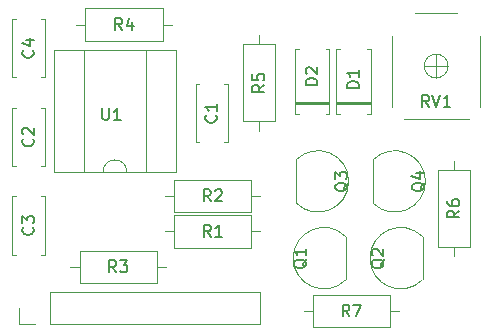
<source format=gto>
%TF.GenerationSoftware,KiCad,Pcbnew,(5.1.8-0-10_14)*%
%TF.CreationDate,2021-06-26T19:26:30+01:00*%
%TF.ProjectId,serge-gain-cell,73657267-652d-4676-9169-6e2d63656c6c,rev?*%
%TF.SameCoordinates,Original*%
%TF.FileFunction,Legend,Top*%
%TF.FilePolarity,Positive*%
%FSLAX46Y46*%
G04 Gerber Fmt 4.6, Leading zero omitted, Abs format (unit mm)*
G04 Created by KiCad (PCBNEW (5.1.8-0-10_14)) date 2021-06-26 19:26:30*
%MOMM*%
%LPD*%
G01*
G04 APERTURE LIST*
%ADD10C,0.120000*%
%ADD11C,0.150000*%
G04 APERTURE END LIST*
D10*
%TO.C,R7*%
X149290000Y-79750000D02*
X150060000Y-79750000D01*
X157370000Y-79750000D02*
X156600000Y-79750000D01*
X150060000Y-81120000D02*
X156600000Y-81120000D01*
X150060000Y-78380000D02*
X150060000Y-81120000D01*
X156600000Y-78380000D02*
X150060000Y-78380000D01*
X156600000Y-81120000D02*
X156600000Y-78380000D01*
%TO.C,C1*%
X140130000Y-65470000D02*
X140130000Y-60530000D01*
X142870000Y-65470000D02*
X142870000Y-60530000D01*
X140130000Y-65470000D02*
X140445000Y-65470000D01*
X142555000Y-65470000D02*
X142870000Y-65470000D01*
X140130000Y-60530000D02*
X140445000Y-60530000D01*
X142555000Y-60530000D02*
X142870000Y-60530000D01*
%TO.C,C2*%
X127055000Y-62530000D02*
X127370000Y-62530000D01*
X124630000Y-62530000D02*
X124945000Y-62530000D01*
X127055000Y-67470000D02*
X127370000Y-67470000D01*
X124630000Y-67470000D02*
X124945000Y-67470000D01*
X127370000Y-67470000D02*
X127370000Y-62530000D01*
X124630000Y-67470000D02*
X124630000Y-62530000D01*
%TO.C,C3*%
X127370000Y-70030000D02*
X127370000Y-74970000D01*
X124630000Y-70030000D02*
X124630000Y-74970000D01*
X127370000Y-70030000D02*
X127055000Y-70030000D01*
X124945000Y-70030000D02*
X124630000Y-70030000D01*
X127370000Y-74970000D02*
X127055000Y-74970000D01*
X124945000Y-74970000D02*
X124630000Y-74970000D01*
%TO.C,C4*%
X124945000Y-59970000D02*
X124630000Y-59970000D01*
X127370000Y-59970000D02*
X127055000Y-59970000D01*
X124945000Y-55030000D02*
X124630000Y-55030000D01*
X127370000Y-55030000D02*
X127055000Y-55030000D01*
X124630000Y-55030000D02*
X124630000Y-59970000D01*
X127370000Y-55030000D02*
X127370000Y-59970000D01*
%TO.C,D1*%
X152030000Y-62250000D02*
X154970000Y-62250000D01*
X152030000Y-62010000D02*
X154970000Y-62010000D01*
X152030000Y-62130000D02*
X154970000Y-62130000D01*
X154970000Y-57590000D02*
X154640000Y-57590000D01*
X154970000Y-63030000D02*
X154970000Y-57590000D01*
X154640000Y-63030000D02*
X154970000Y-63030000D01*
X152030000Y-57590000D02*
X152360000Y-57590000D01*
X152030000Y-63030000D02*
X152030000Y-57590000D01*
X152360000Y-63030000D02*
X152030000Y-63030000D01*
%TO.C,D2*%
X148860000Y-63030000D02*
X148530000Y-63030000D01*
X148530000Y-63030000D02*
X148530000Y-57590000D01*
X148530000Y-57590000D02*
X148860000Y-57590000D01*
X151140000Y-63030000D02*
X151470000Y-63030000D01*
X151470000Y-63030000D02*
X151470000Y-57590000D01*
X151470000Y-57590000D02*
X151140000Y-57590000D01*
X148530000Y-62130000D02*
X151470000Y-62130000D01*
X148530000Y-62010000D02*
X151470000Y-62010000D01*
X148530000Y-62250000D02*
X151470000Y-62250000D01*
%TO.C,J1*%
X125170000Y-80830000D02*
X125170000Y-79500000D01*
X126500000Y-80830000D02*
X125170000Y-80830000D01*
X127770000Y-80830000D02*
X127770000Y-78170000D01*
X127770000Y-78170000D02*
X145610000Y-78170000D01*
X127770000Y-80830000D02*
X145610000Y-80830000D01*
X145610000Y-80830000D02*
X145610000Y-78170000D01*
%TO.C,Q3*%
X148650000Y-66970000D02*
X148650000Y-70570000D01*
X148661522Y-66931522D02*
G75*
G02*
X153100000Y-68770000I1838478J-1838478D01*
G01*
X148661522Y-70608478D02*
G75*
G03*
X153100000Y-68770000I1838478J1838478D01*
G01*
%TO.C,Q1*%
X152850000Y-77070000D02*
X152850000Y-73470000D01*
X152838478Y-77108478D02*
G75*
G02*
X148400000Y-75270000I-1838478J1838478D01*
G01*
X152838478Y-73431522D02*
G75*
G03*
X148400000Y-75270000I-1838478J-1838478D01*
G01*
%TO.C,Q4*%
X155150000Y-66970000D02*
X155150000Y-70570000D01*
X155161522Y-66931522D02*
G75*
G02*
X159600000Y-68770000I1838478J-1838478D01*
G01*
X155161522Y-70608478D02*
G75*
G03*
X159600000Y-68770000I1838478J1838478D01*
G01*
%TO.C,Q2*%
X159350000Y-77070000D02*
X159350000Y-73470000D01*
X159338478Y-77108478D02*
G75*
G02*
X154900000Y-75270000I-1838478J1838478D01*
G01*
X159338478Y-73431522D02*
G75*
G03*
X154900000Y-75270000I-1838478J-1838478D01*
G01*
%TO.C,R1*%
X137540000Y-73000000D02*
X138310000Y-73000000D01*
X145620000Y-73000000D02*
X144850000Y-73000000D01*
X138310000Y-74370000D02*
X144850000Y-74370000D01*
X138310000Y-71630000D02*
X138310000Y-74370000D01*
X144850000Y-71630000D02*
X138310000Y-71630000D01*
X144850000Y-74370000D02*
X144850000Y-71630000D01*
%TO.C,R2*%
X138310000Y-68630000D02*
X138310000Y-71370000D01*
X138310000Y-71370000D02*
X144850000Y-71370000D01*
X144850000Y-71370000D02*
X144850000Y-68630000D01*
X144850000Y-68630000D02*
X138310000Y-68630000D01*
X137540000Y-70000000D02*
X138310000Y-70000000D01*
X145620000Y-70000000D02*
X144850000Y-70000000D01*
%TO.C,R3*%
X137620000Y-76000000D02*
X136850000Y-76000000D01*
X129540000Y-76000000D02*
X130310000Y-76000000D01*
X136850000Y-74630000D02*
X130310000Y-74630000D01*
X136850000Y-77370000D02*
X136850000Y-74630000D01*
X130310000Y-77370000D02*
X136850000Y-77370000D01*
X130310000Y-74630000D02*
X130310000Y-77370000D01*
%TO.C,R4*%
X137350000Y-56870000D02*
X137350000Y-54130000D01*
X137350000Y-54130000D02*
X130810000Y-54130000D01*
X130810000Y-54130000D02*
X130810000Y-56870000D01*
X130810000Y-56870000D02*
X137350000Y-56870000D01*
X138120000Y-55500000D02*
X137350000Y-55500000D01*
X130040000Y-55500000D02*
X130810000Y-55500000D01*
%TO.C,R5*%
X145500000Y-64460000D02*
X145500000Y-63690000D01*
X145500000Y-56380000D02*
X145500000Y-57150000D01*
X146870000Y-63690000D02*
X146870000Y-57150000D01*
X144130000Y-63690000D02*
X146870000Y-63690000D01*
X144130000Y-57150000D02*
X144130000Y-63690000D01*
X146870000Y-57150000D02*
X144130000Y-57150000D01*
%TO.C,R6*%
X163370000Y-67810000D02*
X160630000Y-67810000D01*
X160630000Y-67810000D02*
X160630000Y-74350000D01*
X160630000Y-74350000D02*
X163370000Y-74350000D01*
X163370000Y-74350000D02*
X163370000Y-67810000D01*
X162000000Y-67040000D02*
X162000000Y-67810000D01*
X162000000Y-75120000D02*
X162000000Y-74350000D01*
%TO.C,RV1*%
X161500000Y-59000000D02*
G75*
G03*
X161500000Y-59000000I-1000000J0D01*
G01*
X161500000Y-59000000D02*
X159500000Y-59000000D01*
X160500000Y-58000000D02*
X160500000Y-60000000D01*
X158750000Y-54500000D02*
X162250000Y-54500000D01*
X164250000Y-62500000D02*
X164250000Y-56500000D01*
X157750000Y-63500000D02*
X163250000Y-63500000D01*
X156750000Y-56500000D02*
X156750000Y-62500000D01*
%TO.C,U1*%
X134310000Y-67950000D02*
X135960000Y-67950000D01*
X135960000Y-67950000D02*
X135960000Y-57670000D01*
X135960000Y-57670000D02*
X130660000Y-57670000D01*
X130660000Y-57670000D02*
X130660000Y-67950000D01*
X130660000Y-67950000D02*
X132310000Y-67950000D01*
X138450000Y-68010000D02*
X138450000Y-57610000D01*
X138450000Y-57610000D02*
X128170000Y-57610000D01*
X128170000Y-57610000D02*
X128170000Y-68010000D01*
X128170000Y-68010000D02*
X138450000Y-68010000D01*
X132310000Y-67950000D02*
G75*
G02*
X134310000Y-67950000I1000000J0D01*
G01*
%TO.C,R7*%
D11*
X153163333Y-80202380D02*
X152830000Y-79726190D01*
X152591904Y-80202380D02*
X152591904Y-79202380D01*
X152972857Y-79202380D01*
X153068095Y-79250000D01*
X153115714Y-79297619D01*
X153163333Y-79392857D01*
X153163333Y-79535714D01*
X153115714Y-79630952D01*
X153068095Y-79678571D01*
X152972857Y-79726190D01*
X152591904Y-79726190D01*
X153496666Y-79202380D02*
X154163333Y-79202380D01*
X153734761Y-80202380D01*
%TO.C,C1*%
X141857142Y-63166666D02*
X141904761Y-63214285D01*
X141952380Y-63357142D01*
X141952380Y-63452380D01*
X141904761Y-63595238D01*
X141809523Y-63690476D01*
X141714285Y-63738095D01*
X141523809Y-63785714D01*
X141380952Y-63785714D01*
X141190476Y-63738095D01*
X141095238Y-63690476D01*
X141000000Y-63595238D01*
X140952380Y-63452380D01*
X140952380Y-63357142D01*
X141000000Y-63214285D01*
X141047619Y-63166666D01*
X141952380Y-62214285D02*
X141952380Y-62785714D01*
X141952380Y-62500000D02*
X140952380Y-62500000D01*
X141095238Y-62595238D01*
X141190476Y-62690476D01*
X141238095Y-62785714D01*
%TO.C,C2*%
X126357142Y-65166666D02*
X126404761Y-65214285D01*
X126452380Y-65357142D01*
X126452380Y-65452380D01*
X126404761Y-65595238D01*
X126309523Y-65690476D01*
X126214285Y-65738095D01*
X126023809Y-65785714D01*
X125880952Y-65785714D01*
X125690476Y-65738095D01*
X125595238Y-65690476D01*
X125500000Y-65595238D01*
X125452380Y-65452380D01*
X125452380Y-65357142D01*
X125500000Y-65214285D01*
X125547619Y-65166666D01*
X125547619Y-64785714D02*
X125500000Y-64738095D01*
X125452380Y-64642857D01*
X125452380Y-64404761D01*
X125500000Y-64309523D01*
X125547619Y-64261904D01*
X125642857Y-64214285D01*
X125738095Y-64214285D01*
X125880952Y-64261904D01*
X126452380Y-64833333D01*
X126452380Y-64214285D01*
%TO.C,C3*%
X126357142Y-72666666D02*
X126404761Y-72714285D01*
X126452380Y-72857142D01*
X126452380Y-72952380D01*
X126404761Y-73095238D01*
X126309523Y-73190476D01*
X126214285Y-73238095D01*
X126023809Y-73285714D01*
X125880952Y-73285714D01*
X125690476Y-73238095D01*
X125595238Y-73190476D01*
X125500000Y-73095238D01*
X125452380Y-72952380D01*
X125452380Y-72857142D01*
X125500000Y-72714285D01*
X125547619Y-72666666D01*
X125452380Y-72333333D02*
X125452380Y-71714285D01*
X125833333Y-72047619D01*
X125833333Y-71904761D01*
X125880952Y-71809523D01*
X125928571Y-71761904D01*
X126023809Y-71714285D01*
X126261904Y-71714285D01*
X126357142Y-71761904D01*
X126404761Y-71809523D01*
X126452380Y-71904761D01*
X126452380Y-72190476D01*
X126404761Y-72285714D01*
X126357142Y-72333333D01*
%TO.C,C4*%
X126357142Y-57666666D02*
X126404761Y-57714285D01*
X126452380Y-57857142D01*
X126452380Y-57952380D01*
X126404761Y-58095238D01*
X126309523Y-58190476D01*
X126214285Y-58238095D01*
X126023809Y-58285714D01*
X125880952Y-58285714D01*
X125690476Y-58238095D01*
X125595238Y-58190476D01*
X125500000Y-58095238D01*
X125452380Y-57952380D01*
X125452380Y-57857142D01*
X125500000Y-57714285D01*
X125547619Y-57666666D01*
X125785714Y-56809523D02*
X126452380Y-56809523D01*
X125404761Y-57047619D02*
X126119047Y-57285714D01*
X126119047Y-56666666D01*
%TO.C,D1*%
X153952380Y-60858095D02*
X152952380Y-60858095D01*
X152952380Y-60620000D01*
X153000000Y-60477142D01*
X153095238Y-60381904D01*
X153190476Y-60334285D01*
X153380952Y-60286666D01*
X153523809Y-60286666D01*
X153714285Y-60334285D01*
X153809523Y-60381904D01*
X153904761Y-60477142D01*
X153952380Y-60620000D01*
X153952380Y-60858095D01*
X153952380Y-59334285D02*
X153952380Y-59905714D01*
X153952380Y-59620000D02*
X152952380Y-59620000D01*
X153095238Y-59715238D01*
X153190476Y-59810476D01*
X153238095Y-59905714D01*
%TO.C,D2*%
X150452380Y-60608095D02*
X149452380Y-60608095D01*
X149452380Y-60370000D01*
X149500000Y-60227142D01*
X149595238Y-60131904D01*
X149690476Y-60084285D01*
X149880952Y-60036666D01*
X150023809Y-60036666D01*
X150214285Y-60084285D01*
X150309523Y-60131904D01*
X150404761Y-60227142D01*
X150452380Y-60370000D01*
X150452380Y-60608095D01*
X149547619Y-59655714D02*
X149500000Y-59608095D01*
X149452380Y-59512857D01*
X149452380Y-59274761D01*
X149500000Y-59179523D01*
X149547619Y-59131904D01*
X149642857Y-59084285D01*
X149738095Y-59084285D01*
X149880952Y-59131904D01*
X150452380Y-59703333D01*
X150452380Y-59084285D01*
%TO.C,Q3*%
X153047619Y-68865238D02*
X153000000Y-68960476D01*
X152904761Y-69055714D01*
X152761904Y-69198571D01*
X152714285Y-69293809D01*
X152714285Y-69389047D01*
X152952380Y-69341428D02*
X152904761Y-69436666D01*
X152809523Y-69531904D01*
X152619047Y-69579523D01*
X152285714Y-69579523D01*
X152095238Y-69531904D01*
X152000000Y-69436666D01*
X151952380Y-69341428D01*
X151952380Y-69150952D01*
X152000000Y-69055714D01*
X152095238Y-68960476D01*
X152285714Y-68912857D01*
X152619047Y-68912857D01*
X152809523Y-68960476D01*
X152904761Y-69055714D01*
X152952380Y-69150952D01*
X152952380Y-69341428D01*
X151952380Y-68579523D02*
X151952380Y-67960476D01*
X152333333Y-68293809D01*
X152333333Y-68150952D01*
X152380952Y-68055714D01*
X152428571Y-68008095D01*
X152523809Y-67960476D01*
X152761904Y-67960476D01*
X152857142Y-68008095D01*
X152904761Y-68055714D01*
X152952380Y-68150952D01*
X152952380Y-68436666D01*
X152904761Y-68531904D01*
X152857142Y-68579523D01*
%TO.C,Q1*%
X149547619Y-75365238D02*
X149500000Y-75460476D01*
X149404761Y-75555714D01*
X149261904Y-75698571D01*
X149214285Y-75793809D01*
X149214285Y-75889047D01*
X149452380Y-75841428D02*
X149404761Y-75936666D01*
X149309523Y-76031904D01*
X149119047Y-76079523D01*
X148785714Y-76079523D01*
X148595238Y-76031904D01*
X148500000Y-75936666D01*
X148452380Y-75841428D01*
X148452380Y-75650952D01*
X148500000Y-75555714D01*
X148595238Y-75460476D01*
X148785714Y-75412857D01*
X149119047Y-75412857D01*
X149309523Y-75460476D01*
X149404761Y-75555714D01*
X149452380Y-75650952D01*
X149452380Y-75841428D01*
X149452380Y-74460476D02*
X149452380Y-75031904D01*
X149452380Y-74746190D02*
X148452380Y-74746190D01*
X148595238Y-74841428D01*
X148690476Y-74936666D01*
X148738095Y-75031904D01*
%TO.C,Q4*%
X159547619Y-68865238D02*
X159500000Y-68960476D01*
X159404761Y-69055714D01*
X159261904Y-69198571D01*
X159214285Y-69293809D01*
X159214285Y-69389047D01*
X159452380Y-69341428D02*
X159404761Y-69436666D01*
X159309523Y-69531904D01*
X159119047Y-69579523D01*
X158785714Y-69579523D01*
X158595238Y-69531904D01*
X158500000Y-69436666D01*
X158452380Y-69341428D01*
X158452380Y-69150952D01*
X158500000Y-69055714D01*
X158595238Y-68960476D01*
X158785714Y-68912857D01*
X159119047Y-68912857D01*
X159309523Y-68960476D01*
X159404761Y-69055714D01*
X159452380Y-69150952D01*
X159452380Y-69341428D01*
X158785714Y-68055714D02*
X159452380Y-68055714D01*
X158404761Y-68293809D02*
X159119047Y-68531904D01*
X159119047Y-67912857D01*
%TO.C,Q2*%
X156127619Y-75365238D02*
X156080000Y-75460476D01*
X155984761Y-75555714D01*
X155841904Y-75698571D01*
X155794285Y-75793809D01*
X155794285Y-75889047D01*
X156032380Y-75841428D02*
X155984761Y-75936666D01*
X155889523Y-76031904D01*
X155699047Y-76079523D01*
X155365714Y-76079523D01*
X155175238Y-76031904D01*
X155080000Y-75936666D01*
X155032380Y-75841428D01*
X155032380Y-75650952D01*
X155080000Y-75555714D01*
X155175238Y-75460476D01*
X155365714Y-75412857D01*
X155699047Y-75412857D01*
X155889523Y-75460476D01*
X155984761Y-75555714D01*
X156032380Y-75650952D01*
X156032380Y-75841428D01*
X155127619Y-75031904D02*
X155080000Y-74984285D01*
X155032380Y-74889047D01*
X155032380Y-74650952D01*
X155080000Y-74555714D01*
X155127619Y-74508095D01*
X155222857Y-74460476D01*
X155318095Y-74460476D01*
X155460952Y-74508095D01*
X156032380Y-75079523D01*
X156032380Y-74460476D01*
%TO.C,R1*%
X141413333Y-73452380D02*
X141080000Y-72976190D01*
X140841904Y-73452380D02*
X140841904Y-72452380D01*
X141222857Y-72452380D01*
X141318095Y-72500000D01*
X141365714Y-72547619D01*
X141413333Y-72642857D01*
X141413333Y-72785714D01*
X141365714Y-72880952D01*
X141318095Y-72928571D01*
X141222857Y-72976190D01*
X140841904Y-72976190D01*
X142365714Y-73452380D02*
X141794285Y-73452380D01*
X142080000Y-73452380D02*
X142080000Y-72452380D01*
X141984761Y-72595238D01*
X141889523Y-72690476D01*
X141794285Y-72738095D01*
%TO.C,R2*%
X141413333Y-70452380D02*
X141080000Y-69976190D01*
X140841904Y-70452380D02*
X140841904Y-69452380D01*
X141222857Y-69452380D01*
X141318095Y-69500000D01*
X141365714Y-69547619D01*
X141413333Y-69642857D01*
X141413333Y-69785714D01*
X141365714Y-69880952D01*
X141318095Y-69928571D01*
X141222857Y-69976190D01*
X140841904Y-69976190D01*
X141794285Y-69547619D02*
X141841904Y-69500000D01*
X141937142Y-69452380D01*
X142175238Y-69452380D01*
X142270476Y-69500000D01*
X142318095Y-69547619D01*
X142365714Y-69642857D01*
X142365714Y-69738095D01*
X142318095Y-69880952D01*
X141746666Y-70452380D01*
X142365714Y-70452380D01*
%TO.C,R3*%
X133413333Y-76452380D02*
X133080000Y-75976190D01*
X132841904Y-76452380D02*
X132841904Y-75452380D01*
X133222857Y-75452380D01*
X133318095Y-75500000D01*
X133365714Y-75547619D01*
X133413333Y-75642857D01*
X133413333Y-75785714D01*
X133365714Y-75880952D01*
X133318095Y-75928571D01*
X133222857Y-75976190D01*
X132841904Y-75976190D01*
X133746666Y-75452380D02*
X134365714Y-75452380D01*
X134032380Y-75833333D01*
X134175238Y-75833333D01*
X134270476Y-75880952D01*
X134318095Y-75928571D01*
X134365714Y-76023809D01*
X134365714Y-76261904D01*
X134318095Y-76357142D01*
X134270476Y-76404761D01*
X134175238Y-76452380D01*
X133889523Y-76452380D01*
X133794285Y-76404761D01*
X133746666Y-76357142D01*
%TO.C,R4*%
X133913333Y-55952380D02*
X133580000Y-55476190D01*
X133341904Y-55952380D02*
X133341904Y-54952380D01*
X133722857Y-54952380D01*
X133818095Y-55000000D01*
X133865714Y-55047619D01*
X133913333Y-55142857D01*
X133913333Y-55285714D01*
X133865714Y-55380952D01*
X133818095Y-55428571D01*
X133722857Y-55476190D01*
X133341904Y-55476190D01*
X134770476Y-55285714D02*
X134770476Y-55952380D01*
X134532380Y-54904761D02*
X134294285Y-55619047D01*
X134913333Y-55619047D01*
%TO.C,R5*%
X145952380Y-60586666D02*
X145476190Y-60920000D01*
X145952380Y-61158095D02*
X144952380Y-61158095D01*
X144952380Y-60777142D01*
X145000000Y-60681904D01*
X145047619Y-60634285D01*
X145142857Y-60586666D01*
X145285714Y-60586666D01*
X145380952Y-60634285D01*
X145428571Y-60681904D01*
X145476190Y-60777142D01*
X145476190Y-61158095D01*
X144952380Y-59681904D02*
X144952380Y-60158095D01*
X145428571Y-60205714D01*
X145380952Y-60158095D01*
X145333333Y-60062857D01*
X145333333Y-59824761D01*
X145380952Y-59729523D01*
X145428571Y-59681904D01*
X145523809Y-59634285D01*
X145761904Y-59634285D01*
X145857142Y-59681904D01*
X145904761Y-59729523D01*
X145952380Y-59824761D01*
X145952380Y-60062857D01*
X145904761Y-60158095D01*
X145857142Y-60205714D01*
%TO.C,R6*%
X162452380Y-71246666D02*
X161976190Y-71580000D01*
X162452380Y-71818095D02*
X161452380Y-71818095D01*
X161452380Y-71437142D01*
X161500000Y-71341904D01*
X161547619Y-71294285D01*
X161642857Y-71246666D01*
X161785714Y-71246666D01*
X161880952Y-71294285D01*
X161928571Y-71341904D01*
X161976190Y-71437142D01*
X161976190Y-71818095D01*
X161452380Y-70389523D02*
X161452380Y-70580000D01*
X161500000Y-70675238D01*
X161547619Y-70722857D01*
X161690476Y-70818095D01*
X161880952Y-70865714D01*
X162261904Y-70865714D01*
X162357142Y-70818095D01*
X162404761Y-70770476D01*
X162452380Y-70675238D01*
X162452380Y-70484761D01*
X162404761Y-70389523D01*
X162357142Y-70341904D01*
X162261904Y-70294285D01*
X162023809Y-70294285D01*
X161928571Y-70341904D01*
X161880952Y-70389523D01*
X161833333Y-70484761D01*
X161833333Y-70675238D01*
X161880952Y-70770476D01*
X161928571Y-70818095D01*
X162023809Y-70865714D01*
%TO.C,RV1*%
X159904761Y-62452380D02*
X159571428Y-61976190D01*
X159333333Y-62452380D02*
X159333333Y-61452380D01*
X159714285Y-61452380D01*
X159809523Y-61500000D01*
X159857142Y-61547619D01*
X159904761Y-61642857D01*
X159904761Y-61785714D01*
X159857142Y-61880952D01*
X159809523Y-61928571D01*
X159714285Y-61976190D01*
X159333333Y-61976190D01*
X160190476Y-61452380D02*
X160523809Y-62452380D01*
X160857142Y-61452380D01*
X161714285Y-62452380D02*
X161142857Y-62452380D01*
X161428571Y-62452380D02*
X161428571Y-61452380D01*
X161333333Y-61595238D01*
X161238095Y-61690476D01*
X161142857Y-61738095D01*
%TO.C,U1*%
X132238095Y-62572380D02*
X132238095Y-63381904D01*
X132285714Y-63477142D01*
X132333333Y-63524761D01*
X132428571Y-63572380D01*
X132619047Y-63572380D01*
X132714285Y-63524761D01*
X132761904Y-63477142D01*
X132809523Y-63381904D01*
X132809523Y-62572380D01*
X133809523Y-63572380D02*
X133238095Y-63572380D01*
X133523809Y-63572380D02*
X133523809Y-62572380D01*
X133428571Y-62715238D01*
X133333333Y-62810476D01*
X133238095Y-62858095D01*
%TD*%
M02*

</source>
